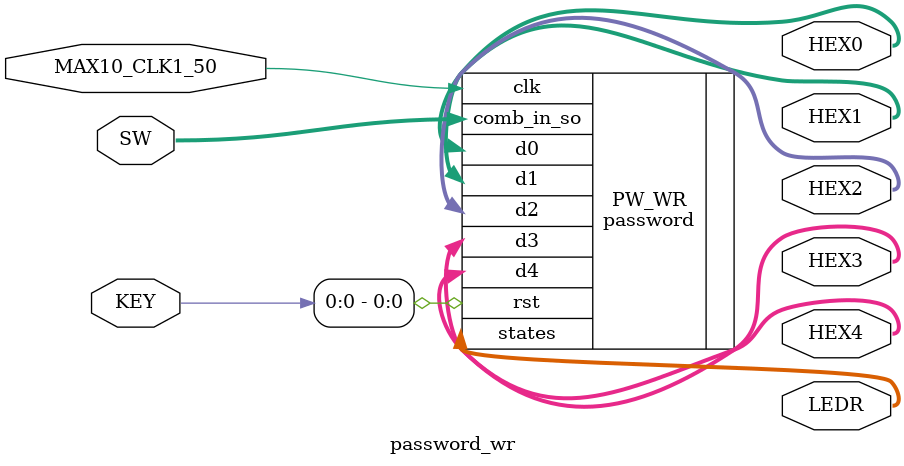
<source format=v>
module password_wr (
	input MAX10_CLK1_50,
	input [1:0] KEY,
	input [9:0] SW,
	output [6:0] HEX0,HEX1,HEX2,HEX3,HEX4,
	output [9:0] LEDR
);

	password PW_WR(
		.clk(MAX10_CLK1_50),
		.rst(KEY[0]),
		.comb_in_so(SW),
		.d0(HEX0),
		.d1(HEX1),
		.d2(HEX2),
		.d3(HEX3),
		.d4(HEX4),
		.states(LEDR)
	);
	
endmodule
</source>
